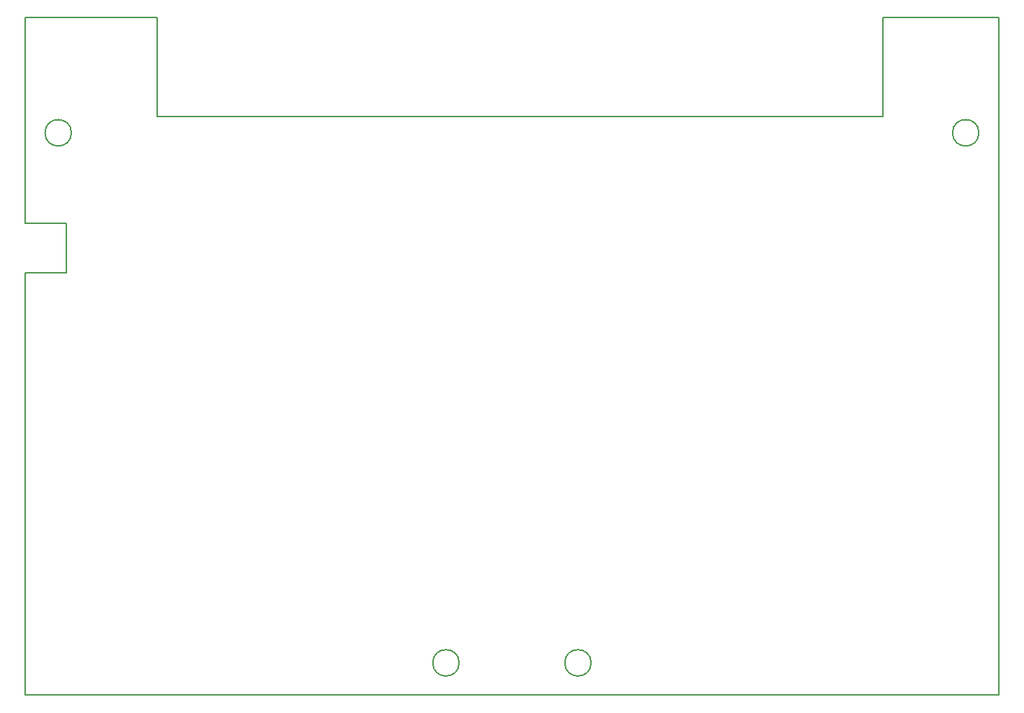
<source format=gbr>
G04 #@! TF.FileFunction,Profile,NP*
%FSLAX46Y46*%
G04 Gerber Fmt 4.6, Leading zero omitted, Abs format (unit mm)*
G04 Created by KiCad (PCBNEW 4.0.7) date 09/18/24 00:27:48*
%MOMM*%
%LPD*%
G01*
G04 APERTURE LIST*
%ADD10C,0.100000*%
%ADD11C,0.200000*%
%ADD12C,0.150000*%
G04 APERTURE END LIST*
D10*
D11*
X100000000Y-80750000D02*
X100000000Y-132000000D01*
X100000000Y-49750000D02*
X100000000Y-74750000D01*
X218000000Y-132000000D02*
X218000000Y-49750000D01*
D12*
X100000000Y-132000000D02*
X218000000Y-132000000D01*
X105000000Y-74750000D02*
X100000000Y-74750000D01*
X105000000Y-80750000D02*
X105000000Y-74750000D01*
X100000000Y-80750000D02*
X105000000Y-80750000D01*
X100000000Y-49750000D02*
X100250000Y-49750000D01*
D11*
X152600000Y-128075000D02*
G75*
G03X152600000Y-128075000I-1600000J0D01*
G01*
X168600000Y-128075000D02*
G75*
G03X168600000Y-128075000I-1600000J0D01*
G01*
D12*
X215600000Y-63750000D02*
G75*
G03X215600000Y-63750000I-1600000J0D01*
G01*
X105600000Y-63750000D02*
G75*
G03X105600000Y-63750000I-1600000J0D01*
G01*
X116000000Y-49750000D02*
X116000000Y-61750000D01*
X100000000Y-49750000D02*
X116000000Y-49750000D01*
X204000000Y-49750000D02*
X218000000Y-49750000D01*
X204000000Y-61750000D02*
X204000000Y-49750000D01*
X116000000Y-61750000D02*
X204000000Y-61750000D01*
M02*

</source>
